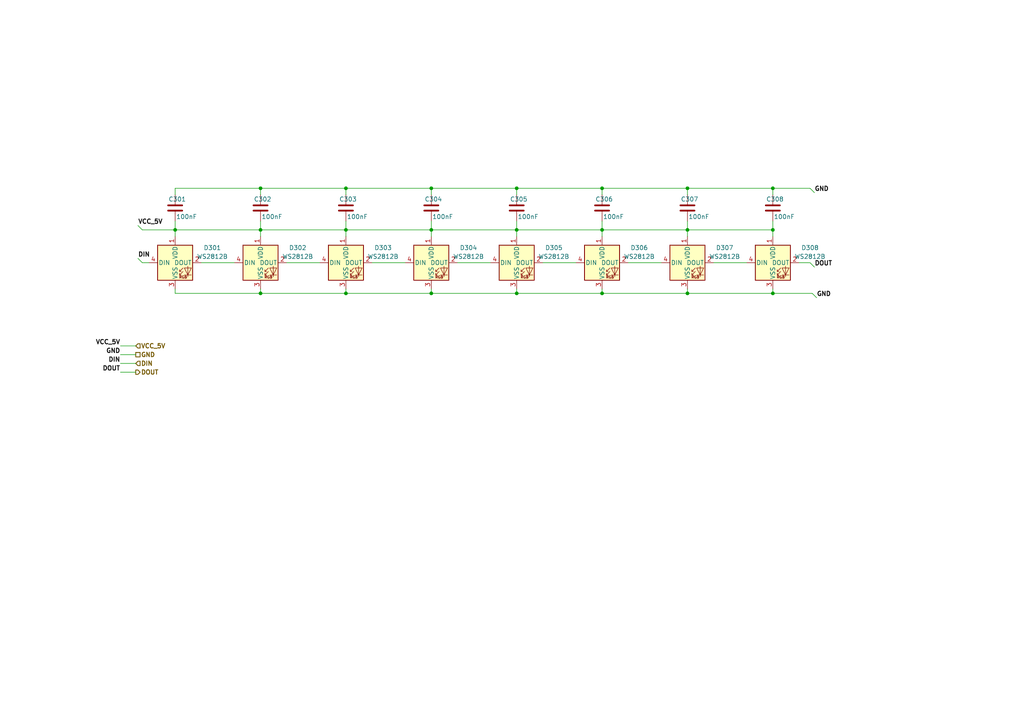
<source format=kicad_sch>
(kicad_sch (version 20211123) (generator eeschema)
  (paper "A4")
  (title_block (title "Side Unit - CanSat 2023") (date "2023-01-19") (rev "2022") (company "Project SkyFall") (comment 1 "David Haisman"))
  (lib_symbols
    (symbol "Device:C" (pin_numbers hide) (pin_names (offset 0.254))
      (property "Reference" "C" (at 0.635 2.54 0))
      (property "Value" "C" (at 0.635 -2.54 0))
      (symbol "C_0_1"
        (polyline (pts (xy -2.032 -0.762) (xy 2.032 -0.762)) (stroke (width 0.508)))
        (polyline (pts (xy -2.032 0.762) (xy 2.032 0.762)) (stroke (width 0.508)))
      )
      (symbol "C_1_1"
        (pin passive line (at 0 3.81 270) (length 2.794) (name "~") (number "1"))
        (pin passive line (at 0 -3.81 90) (length 2.794) (name "~") (number "2"))
      )
    )
    (symbol "LED:WS2812B" (pin_names (offset 0.254))
      (property "Reference" "D" (at 5.08 5.715 0))
      (property "Value" "WS2812B" (at 1.27 -5.715 0))
      (symbol "WS2812B_0_0"
        (text "RGB" (at 2.286 -4.191 0) (effects (font (size 0.762 0.762))))
      )
      (symbol "WS2812B_0_1"
        (polyline (pts (xy 1.27 -3.556) (xy 1.778 -3.556)))
        (polyline (pts (xy 1.27 -2.54) (xy 1.778 -2.54)))
        (polyline (pts (xy 4.699 -3.556) (xy 2.667 -3.556)))
        (polyline (pts (xy 2.286 -2.54) (xy 1.27 -3.556) (xy 1.27 -3.048)))
        (polyline (pts (xy 2.286 -1.524) (xy 1.27 -2.54) (xy 1.27 -2.032)))
        (polyline (pts (xy 3.683 -1.016) (xy 3.683 -3.556) (xy 3.683 -4.064)))
        (polyline (pts (xy 4.699 -1.524) (xy 2.667 -1.524) (xy 3.683 -3.556) (xy 4.699 -1.524)))
        (rectangle (start 5.08 5.08) (end -5.08 -5.08) (stroke (width 0.254)) (fill (type background)))
      )
      (symbol "WS2812B_1_1"
        (pin power_in line (at 0 7.62 270) (length 2.54) (name "VDD") (number "1"))
        (pin output line (at 7.62 0 180) (length 2.54) (name "DOUT") (number "2"))
        (pin power_in line (at 0 -7.62 90) (length 2.54) (name "VSS") (number "3"))
        (pin input line (at -7.62 0 0) (length 2.54) (name "DIN") (number "4"))
      )
    )
  )
  (junction (at 174.625 66.675))
  (junction (at 199.39 85.09))
  (junction (at 100.33 85.09))
  (junction (at 149.86 66.675))
  (junction (at 75.565 66.675))
  (junction (at 224.155 85.09))
  (junction (at 100.33 66.675))
  (junction (at 75.565 54.61))
  (junction (at 174.625 85.09))
  (junction (at 199.39 66.675))
  (junction (at 75.565 85.09))
  (junction (at 199.39 54.61))
  (junction (at 149.86 85.09))
  (junction (at 125.095 85.09))
  (junction (at 174.625 54.61))
  (junction (at 50.8 66.675))
  (junction (at 100.33 54.61))
  (junction (at 149.86 54.61))
  (junction (at 224.155 54.61))
  (junction (at 125.095 54.61))
  (junction (at 224.155 66.675))
  (junction (at 125.095 66.675))
  (wire (pts (xy 174.625 54.61) (xy 199.39 54.61)))
  (wire (pts (xy 149.86 66.675) (xy 174.625 66.675)))
  (wire (pts (xy 199.39 83.82) (xy 199.39 85.09)))
  (wire (pts (xy 199.39 56.515) (xy 199.39 54.61)))
  (wire (pts (xy 234.95 76.2) (xy 236.22 77.47)))
  (wire (pts (xy 41.275 76.2) (xy 40.005 74.93)))
  (wire (pts (xy 199.39 64.135) (xy 199.39 66.675)))
  (wire (pts (xy 75.565 56.515) (xy 75.565 54.61)))
  (wire (pts (xy 58.42 76.2) (xy 67.945 76.2)))
  (wire (pts (xy 149.86 83.82) (xy 149.86 85.09)))
  (wire (pts (xy 125.095 54.61) (xy 149.86 54.61)))
  (wire (pts (xy 50.8 83.82) (xy 50.8 85.09)))
  (wire (pts (xy 41.275 76.2) (xy 43.18 76.2)))
  (wire (pts (xy 107.95 76.2) (xy 117.475 76.2)))
  (wire (pts (xy 100.33 64.135) (xy 100.33 66.675)))
  (wire (pts (xy 50.8 56.515) (xy 50.8 54.61)))
  (wire (pts (xy 132.715 76.2) (xy 142.24 76.2)))
  (wire (pts (xy 75.565 54.61) (xy 100.33 54.61)))
  (wire (pts (xy 125.095 64.135) (xy 125.095 66.675)))
  (wire (pts (xy 224.155 54.61) (xy 234.95 54.61)))
  (wire (pts (xy 174.625 66.675) (xy 199.39 66.675)))
  (wire (pts (xy 174.625 85.09) (xy 199.39 85.09)))
  (wire (pts (xy 234.95 76.2) (xy 231.775 76.2)))
  (wire (pts (xy 50.8 68.58) (xy 50.8 66.675)))
  (wire (pts (xy 174.625 66.675) (xy 174.625 68.58)))
  (wire (pts (xy 149.86 54.61) (xy 174.625 54.61)))
  (wire (pts (xy 50.8 85.09) (xy 75.565 85.09)))
  (wire (pts (xy 75.565 68.58) (xy 75.565 66.675)))
  (wire (pts (xy 224.155 85.09) (xy 235.585 85.09)))
  (wire (pts (xy 41.275 66.675) (xy 50.8 66.675)))
  (wire (pts (xy 100.33 83.82) (xy 100.33 85.09)))
  (wire (pts (xy 235.585 85.09) (xy 236.855 86.36)))
  (wire (pts (xy 100.33 68.58) (xy 100.33 66.675)))
  (wire (pts (xy 199.39 85.09) (xy 224.155 85.09)))
  (wire (pts (xy 50.8 64.135) (xy 50.8 66.675)))
  (wire (pts (xy 50.8 54.61) (xy 75.565 54.61)))
  (wire (pts (xy 75.565 83.82) (xy 75.565 85.09)))
  (wire (pts (xy 100.33 66.675) (xy 125.095 66.675)))
  (wire (pts (xy 125.095 66.675) (xy 149.86 66.675)))
  (wire (pts (xy 149.86 85.09) (xy 174.625 85.09)))
  (wire (pts (xy 34.925 100.33) (xy 39.37 100.33)))
  (wire (pts (xy 34.925 107.95) (xy 39.37 107.95)))
  (wire (pts (xy 125.095 85.09) (xy 149.86 85.09)))
  (wire (pts (xy 41.275 66.675) (xy 40.005 65.405)))
  (wire (pts (xy 224.155 83.82) (xy 224.155 85.09)))
  (wire (pts (xy 83.185 76.2) (xy 92.71 76.2)))
  (wire (pts (xy 207.01 76.2) (xy 216.535 76.2)))
  (wire (pts (xy 50.8 66.675) (xy 75.565 66.675)))
  (wire (pts (xy 125.095 68.58) (xy 125.095 66.675)))
  (wire (pts (xy 125.095 83.82) (xy 125.095 85.09)))
  (wire (pts (xy 174.625 56.515) (xy 174.625 54.61)))
  (wire (pts (xy 75.565 85.09) (xy 100.33 85.09)))
  (wire (pts (xy 34.925 105.41) (xy 39.37 105.41)))
  (wire (pts (xy 39.37 102.87) (xy 34.925 102.87)))
  (wire (pts (xy 199.39 54.61) (xy 224.155 54.61)))
  (wire (pts (xy 100.33 56.515) (xy 100.33 54.61)))
  (wire (pts (xy 182.245 76.2) (xy 191.77 76.2)))
  (wire (pts (xy 157.48 76.2) (xy 167.005 76.2)))
  (wire (pts (xy 199.39 68.58) (xy 199.39 66.675)))
  (wire (pts (xy 149.86 56.515) (xy 149.86 54.61)))
  (wire (pts (xy 125.095 56.515) (xy 125.095 54.61)))
  (wire (pts (xy 75.565 66.675) (xy 100.33 66.675)))
  (wire (pts (xy 224.155 64.135) (xy 224.155 66.675)))
  (wire (pts (xy 234.95 54.61) (xy 236.22 55.88)))
  (wire (pts (xy 149.86 68.58) (xy 149.86 66.675)))
  (wire (pts (xy 174.625 85.09) (xy 174.625 83.82)))
  (wire (pts (xy 224.155 56.515) (xy 224.155 54.61)))
  (wire (pts (xy 199.39 66.675) (xy 224.155 66.675)))
  (wire (pts (xy 100.33 85.09) (xy 125.095 85.09)))
  (wire (pts (xy 149.86 64.135) (xy 149.86 66.675)))
  (wire (pts (xy 100.33 54.61) (xy 125.095 54.61)))
  (wire (pts (xy 174.625 64.135) (xy 174.625 66.675)))
  (wire (pts (xy 75.565 64.135) (xy 75.565 66.675)))
  (wire (pts (xy 224.155 66.675) (xy 224.155 68.58)))
  (label "GND" (at 34.925 102.87 180) (effects (font (thickness 0.254) bold)))
  (label "DIN" (at 34.925 105.41 180) (effects (font bold)))
  (label "GND" (at 236.855 86.36 0) (effects (font (thickness 0.254) bold)))
  (label "GND" (at 236.22 55.88 0) (effects (font (thickness 0.254) bold)))
  (label "VCC_5V" (at 34.925 100.33 180) (effects (font bold)))
  (label "DIN" (at 40.005 74.93 0) (effects (font bold)))
  (label "DOUT" (at 236.22 77.47 0) (effects (font bold)))
  (label "VCC_5V" (at 40.005 65.405 0) (effects (font bold)))
  (label "DOUT" (at 34.925 107.95 180) (effects (font bold)))
  (hierarchical_label "DOUT" (shape output) (at 39.37 107.95 0) (effects (font bold)))
  (hierarchical_label "DIN" (shape input) (at 39.37 105.41 0) (effects (font bold)))
  (hierarchical_label "GND" (shape passive) (at 39.37 102.87 0) (effects (font bold)))
  (hierarchical_label "VCC_5V" (shape input) (at 39.37 100.33 0) (effects (font bold)))
  (symbol (lib_id "LED:WS2812B") (at 174.625 76.2 0) (unit 1)
    (property "Reference" "D306" (at 185.42 71.8693 0))
    (property "Value" "WS2812B" (at 185.42 74.4093 0))
    (property "Footprint" "LED_SMD:LED_WS2812B_PLCC4_5.0x5.0mm_P3.2mm" (effects hide))
    (property "Datasheet" "https://cdn-shop.adafruit.com/datasheets/WS2812B.pdf" (effects hide))
  )
  (symbol (lib_id "Device:C") (at 224.155 60.325 0) (mirror y) (unit 1)
    (property "Reference" "C308" (at 227.33 57.785 0) (effects (justify left)))
    (property "Value" "100nF" (at 230.505 62.865 0) (effects (justify left)))
    (property "Footprint" "1Knihovna:C_0805_2012Metric" (effects hide))
  )
  (symbol (lib_id "LED:WS2812B") (at 75.565 76.2 0) (unit 1)
    (property "Reference" "D302" (at 86.36 71.8693 0))
    (property "Value" "WS2812B" (at 86.36 74.4093 0))
    (property "Footprint" "LED_SMD:LED_WS2812B_PLCC4_5.0x5.0mm_P3.2mm" (effects hide))
    (property "Datasheet" "https://cdn-shop.adafruit.com/datasheets/WS2812B.pdf" (effects hide))
  )
  (symbol (lib_id "Device:C") (at 75.565 60.325 0) (mirror y) (unit 1)
    (property "Reference" "C302" (at 78.74 57.785 0) (effects (justify left)))
    (property "Value" "100nF" (at 81.915 62.865 0) (effects (justify left)))
    (property "Footprint" "1Knihovna:C_0805_2012Metric" (effects hide))
  )
  (symbol (lib_id "LED:WS2812B") (at 199.39 76.2 0) (unit 1)
    (property "Reference" "D307" (at 210.185 71.8693 0))
    (property "Value" "WS2812B" (at 210.185 74.4093 0))
    (property "Footprint" "LED_SMD:LED_WS2812B_PLCC4_5.0x5.0mm_P3.2mm" (effects hide))
    (property "Datasheet" "https://cdn-shop.adafruit.com/datasheets/WS2812B.pdf" (effects hide))
  )
  (symbol (lib_id "LED:WS2812B") (at 125.095 76.2 0) (unit 1)
    (property "Reference" "D304" (at 135.89 71.8693 0))
    (property "Value" "WS2812B" (at 135.89 74.4093 0))
    (property "Footprint" "LED_SMD:LED_WS2812B_PLCC4_5.0x5.0mm_P3.2mm" (effects hide))
    (property "Datasheet" "https://cdn-shop.adafruit.com/datasheets/WS2812B.pdf" (effects hide))
  )
  (symbol (lib_id "Device:C") (at 125.095 60.325 0) (mirror y) (unit 1)
    (property "Reference" "C304" (at 128.27 57.785 0) (effects (justify left)))
    (property "Value" "100nF" (at 131.445 62.865 0) (effects (justify left)))
    (property "Footprint" "1Knihovna:C_0805_2012Metric" (effects hide))
  )
  (symbol (lib_id "LED:WS2812B") (at 100.33 76.2 0) (unit 1)
    (property "Reference" "D303" (at 111.125 71.8693 0))
    (property "Value" "WS2812B" (at 111.125 74.4093 0))
    (property "Footprint" "LED_SMD:LED_WS2812B_PLCC4_5.0x5.0mm_P3.2mm" (effects hide))
    (property "Datasheet" "https://cdn-shop.adafruit.com/datasheets/WS2812B.pdf" (effects hide))
  )
  (symbol (lib_id "Device:C") (at 149.86 60.325 0) (mirror y) (unit 1)
    (property "Reference" "C305" (at 153.035 57.785 0) (effects (justify left)))
    (property "Value" "100nF" (at 156.21 62.865 0) (effects (justify left)))
    (property "Footprint" "1Knihovna:C_0805_2012Metric" (effects hide))
  )
  (symbol (lib_id "LED:WS2812B") (at 224.155 76.2 0) (unit 1)
    (property "Reference" "D308" (at 234.95 71.8693 0))
    (property "Value" "WS2812B" (at 234.95 74.4093 0))
    (property "Footprint" "LED_SMD:LED_WS2812B_PLCC4_5.0x5.0mm_P3.2mm" (effects hide))
    (property "Datasheet" "https://cdn-shop.adafruit.com/datasheets/WS2812B.pdf" (effects hide))
  )
  (symbol (lib_id "Device:C") (at 50.8 60.325 0) (mirror y) (unit 1)
    (property "Reference" "C301" (at 53.975 57.785 0) (effects (justify left)))
    (property "Value" "100nF" (at 57.15 62.865 0) (effects (justify left)))
    (property "Footprint" "1Knihovna:C_0805_2012Metric" (effects hide))
  )
  (symbol (lib_id "Device:C") (at 174.625 60.325 0) (mirror y) (unit 1)
    (property "Reference" "C306" (at 177.8 57.785 0) (effects (justify left)))
    (property "Value" "100nF" (at 180.975 62.865 0) (effects (justify left)))
    (property "Footprint" "1Knihovna:C_0805_2012Metric" (effects hide))
  )
  (symbol (lib_id "LED:WS2812B") (at 50.8 76.2 0) (unit 1)
    (property "Reference" "D301" (at 61.595 71.8693 0))
    (property "Value" "WS2812B" (at 61.595 74.4093 0))
    (property "Footprint" "LED_SMD:LED_WS2812B_PLCC4_5.0x5.0mm_P3.2mm" (effects hide))
    (property "Datasheet" "https://cdn-shop.adafruit.com/datasheets/WS2812B.pdf" (effects hide))
  )
  (symbol (lib_id "LED:WS2812B") (at 149.86 76.2 0) (unit 1)
    (property "Reference" "D305" (at 160.655 71.8693 0))
    (property "Value" "WS2812B" (at 160.655 74.4093 0))
    (property "Footprint" "LED_SMD:LED_WS2812B_PLCC4_5.0x5.0mm_P3.2mm" (effects hide))
    (property "Datasheet" "https://cdn-shop.adafruit.com/datasheets/WS2812B.pdf" (effects hide))
  )
  (symbol (lib_id "Device:C") (at 199.39 60.325 0) (mirror y) (unit 1)
    (property "Reference" "C307" (at 202.565 57.785 0) (effects (justify left)))
    (property "Value" "100nF" (at 205.74 62.865 0) (effects (justify left)))
    (property "Footprint" "1Knihovna:C_0805_2012Metric" (effects hide))
  )
  (symbol (lib_id "Device:C") (at 100.33 60.325 0) (mirror y) (unit 1)
    (property "Reference" "C303" (at 103.505 57.785 0) (effects (justify left)))
    (property "Value" "100nF" (at 106.68 62.865 0) (effects (justify left)))
    (property "Footprint" "1Knihovna:C_0805_2012Metric" (effects hide))
  )
)
</source>
